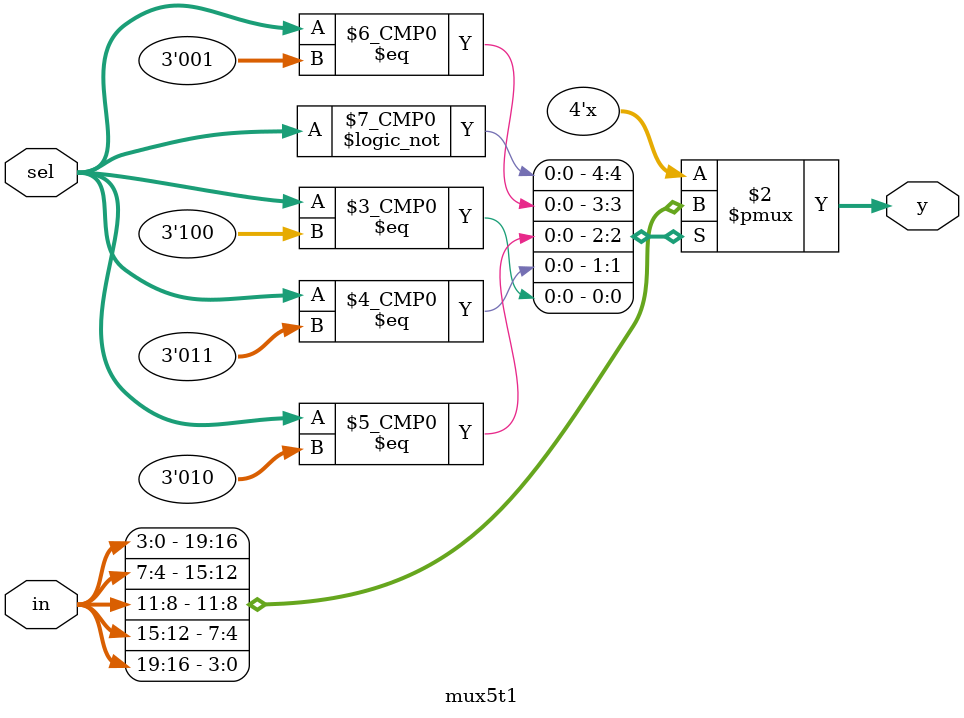
<source format=v>
`timescale 1ns / 1ps


module mux2t1(
    input [3:0] a, b,
    input sel,
    output [3:0] y
    );
    wire tmp;
    assign tmp = {4{sel}};
    assign y = (a & ~tmp) | (b & tmp);
endmodule

module mux5t1(
    input [19:0] in,
    input [2:0] sel,
    output reg [3:0] y
    );
    always @(sel, in)
    begin
        case (sel)
        3'b000: y <= in[3:0];
        3'b001: y <= in[7:4];
        3'b010: y <= in[11:8];
        3'b011: y <= in[15:12];
        3'b100: y <= in[19:16];
        endcase
    end
        
endmodule
</source>
